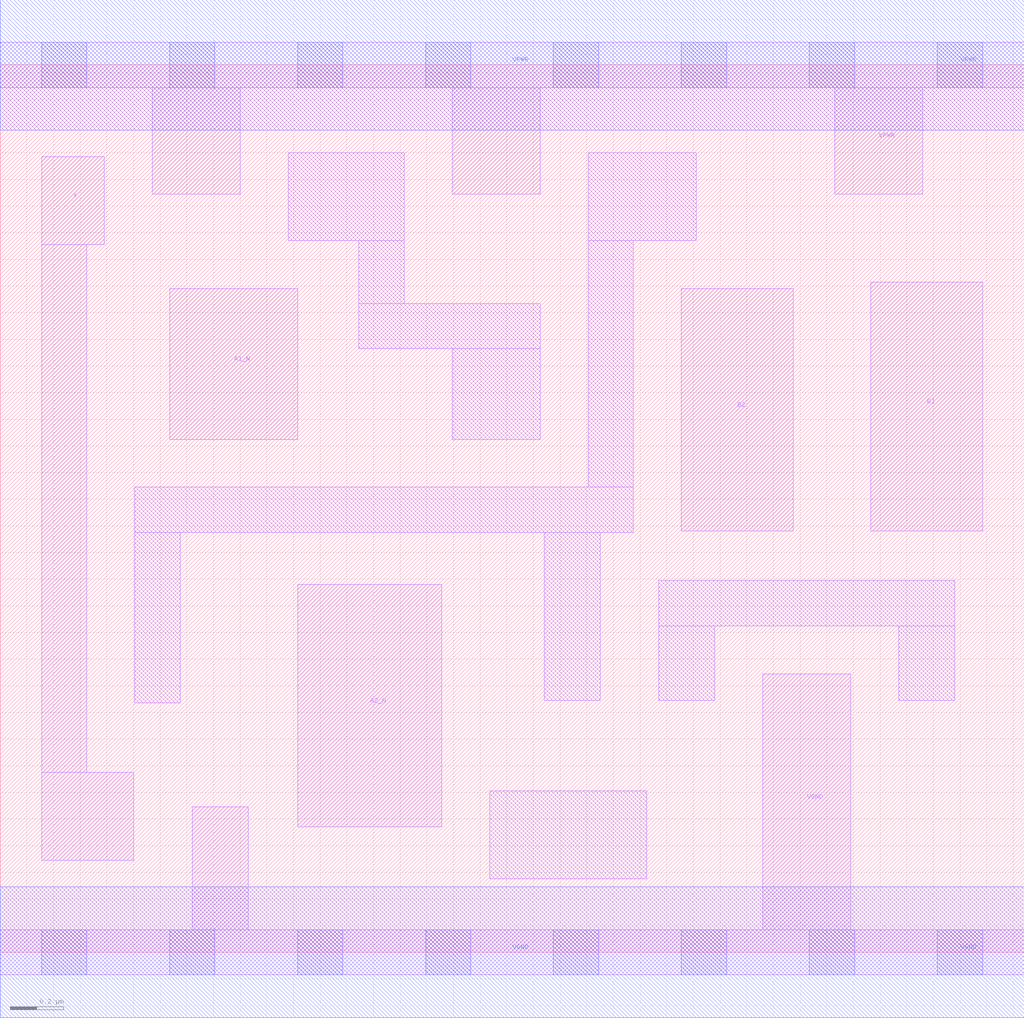
<source format=lef>
# Copyright 2020 The SkyWater PDK Authors
#
# Licensed under the Apache License, Version 2.0 (the "License");
# you may not use this file except in compliance with the License.
# You may obtain a copy of the License at
#
#     https://www.apache.org/licenses/LICENSE-2.0
#
# Unless required by applicable law or agreed to in writing, software
# distributed under the License is distributed on an "AS IS" BASIS,
# WITHOUT WARRANTIES OR CONDITIONS OF ANY KIND, either express or implied.
# See the License for the specific language governing permissions and
# limitations under the License.
#
# SPDX-License-Identifier: Apache-2.0

VERSION 5.7 ;
  NAMESCASESENSITIVE ON ;
  NOWIREEXTENSIONATPIN ON ;
  DIVIDERCHAR "/" ;
  BUSBITCHARS "[]" ;
UNITS
  DATABASE MICRONS 200 ;
END UNITS
MACRO sky130_fd_sc_lp__o2bb2a_m
  CLASS CORE ;
  SOURCE USER ;
  FOREIGN sky130_fd_sc_lp__o2bb2a_m ;
  ORIGIN  0.000000  0.000000 ;
  SIZE  3.840000 BY  3.330000 ;
  SYMMETRY X Y R90 ;
  SITE unit ;
  PIN A1_N
    ANTENNAGATEAREA  0.126000 ;
    DIRECTION INPUT ;
    USE SIGNAL ;
    PORT
      LAYER li1 ;
        RECT 0.635000 1.925000 1.115000 2.490000 ;
    END
  END A1_N
  PIN A2_N
    ANTENNAGATEAREA  0.126000 ;
    DIRECTION INPUT ;
    USE SIGNAL ;
    PORT
      LAYER li1 ;
        RECT 1.115000 0.470000 1.655000 1.380000 ;
    END
  END A2_N
  PIN B1
    ANTENNAGATEAREA  0.126000 ;
    DIRECTION INPUT ;
    USE SIGNAL ;
    PORT
      LAYER li1 ;
        RECT 3.265000 1.580000 3.685000 2.515000 ;
    END
  END B1
  PIN B2
    ANTENNAGATEAREA  0.126000 ;
    DIRECTION INPUT ;
    USE SIGNAL ;
    PORT
      LAYER li1 ;
        RECT 2.555000 1.580000 2.975000 2.490000 ;
    END
  END B2
  PIN X
    ANTENNADIFFAREA  0.222600 ;
    DIRECTION OUTPUT ;
    USE SIGNAL ;
    PORT
      LAYER li1 ;
        RECT 0.155000 0.345000 0.500000 0.675000 ;
        RECT 0.155000 0.675000 0.325000 2.655000 ;
        RECT 0.155000 2.655000 0.390000 2.985000 ;
    END
  END X
  PIN VGND
    DIRECTION INOUT ;
    USE GROUND ;
    PORT
      LAYER li1 ;
        RECT 0.000000 -0.085000 3.840000 0.085000 ;
        RECT 0.720000  0.085000 0.930000 0.545000 ;
        RECT 2.860000  0.085000 3.190000 1.045000 ;
      LAYER mcon ;
        RECT 0.155000 -0.085000 0.325000 0.085000 ;
        RECT 0.635000 -0.085000 0.805000 0.085000 ;
        RECT 1.115000 -0.085000 1.285000 0.085000 ;
        RECT 1.595000 -0.085000 1.765000 0.085000 ;
        RECT 2.075000 -0.085000 2.245000 0.085000 ;
        RECT 2.555000 -0.085000 2.725000 0.085000 ;
        RECT 3.035000 -0.085000 3.205000 0.085000 ;
        RECT 3.515000 -0.085000 3.685000 0.085000 ;
      LAYER met1 ;
        RECT 0.000000 -0.245000 3.840000 0.245000 ;
    END
  END VGND
  PIN VPWR
    DIRECTION INOUT ;
    USE POWER ;
    PORT
      LAYER li1 ;
        RECT 0.000000 3.245000 3.840000 3.415000 ;
        RECT 0.570000 2.845000 0.900000 3.245000 ;
        RECT 1.695000 2.845000 2.025000 3.245000 ;
        RECT 3.130000 2.845000 3.460000 3.245000 ;
      LAYER mcon ;
        RECT 0.155000 3.245000 0.325000 3.415000 ;
        RECT 0.635000 3.245000 0.805000 3.415000 ;
        RECT 1.115000 3.245000 1.285000 3.415000 ;
        RECT 1.595000 3.245000 1.765000 3.415000 ;
        RECT 2.075000 3.245000 2.245000 3.415000 ;
        RECT 2.555000 3.245000 2.725000 3.415000 ;
        RECT 3.035000 3.245000 3.205000 3.415000 ;
        RECT 3.515000 3.245000 3.685000 3.415000 ;
      LAYER met1 ;
        RECT 0.000000 3.085000 3.840000 3.575000 ;
    END
  END VPWR
  OBS
    LAYER li1 ;
      RECT 0.505000 0.935000 0.675000 1.575000 ;
      RECT 0.505000 1.575000 2.375000 1.745000 ;
      RECT 1.080000 2.670000 1.515000 3.000000 ;
      RECT 1.345000 2.265000 2.025000 2.435000 ;
      RECT 1.345000 2.435000 1.515000 2.670000 ;
      RECT 1.695000 1.925000 2.025000 2.265000 ;
      RECT 1.835000 0.275000 2.425000 0.605000 ;
      RECT 2.040000 0.945000 2.250000 1.575000 ;
      RECT 2.205000 1.745000 2.375000 2.670000 ;
      RECT 2.205000 2.670000 2.610000 3.000000 ;
      RECT 2.470000 0.945000 2.680000 1.225000 ;
      RECT 2.470000 1.225000 3.580000 1.395000 ;
      RECT 3.370000 0.945000 3.580000 1.225000 ;
  END
END sky130_fd_sc_lp__o2bb2a_m

</source>
